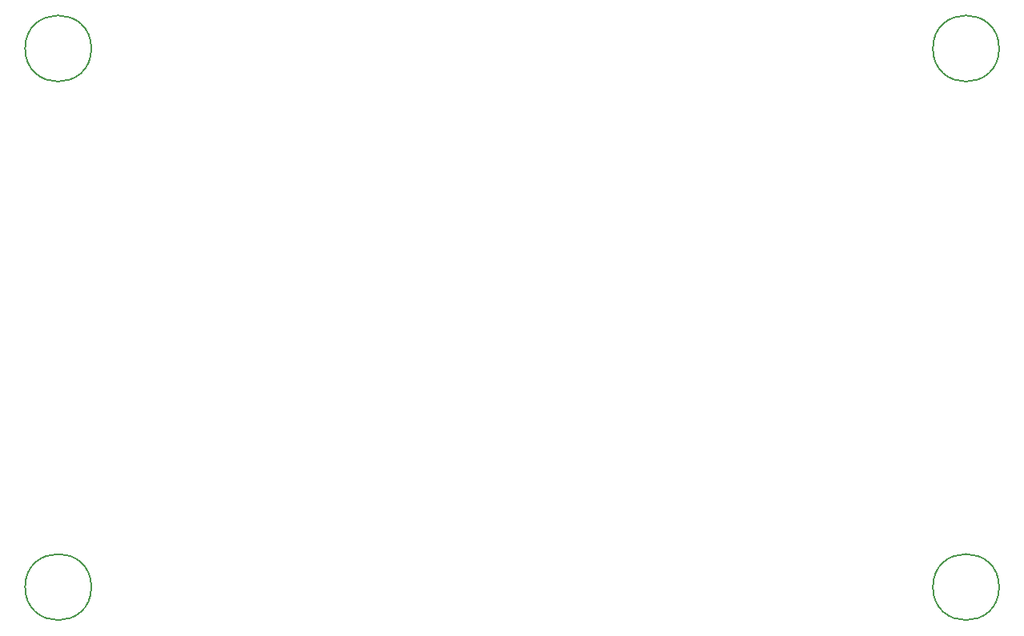
<source format=gbr>
%TF.GenerationSoftware,KiCad,Pcbnew,8.0.3-8.0.3-0~ubuntu24.04.1*%
%TF.CreationDate,2024-07-15T14:42:22+02:00*%
%TF.ProjectId,MainBoard,4d61696e-426f-4617-9264-2e6b69636164,rev?*%
%TF.SameCoordinates,Original*%
%TF.FileFunction,Other,Comment*%
%FSLAX46Y46*%
G04 Gerber Fmt 4.6, Leading zero omitted, Abs format (unit mm)*
G04 Created by KiCad (PCBNEW 8.0.3-8.0.3-0~ubuntu24.04.1) date 2024-07-15 14:42:22*
%MOMM*%
%LPD*%
G01*
G04 APERTURE LIST*
%ADD10C,0.150000*%
G04 APERTURE END LIST*
D10*
%TO.C,REF\u002A\u002A*%
X148640000Y-47210000D02*
G75*
G02*
X141640000Y-47210000I-3500000J0D01*
G01*
X141640000Y-47210000D02*
G75*
G02*
X148640000Y-47210000I3500000J0D01*
G01*
X52640000Y-104210000D02*
G75*
G02*
X45640000Y-104210000I-3500000J0D01*
G01*
X45640000Y-104210000D02*
G75*
G02*
X52640000Y-104210000I3500000J0D01*
G01*
X52640000Y-47210000D02*
G75*
G02*
X45640000Y-47210000I-3500000J0D01*
G01*
X45640000Y-47210000D02*
G75*
G02*
X52640000Y-47210000I3500000J0D01*
G01*
X148640000Y-104210000D02*
G75*
G02*
X141640000Y-104210000I-3500000J0D01*
G01*
X141640000Y-104210000D02*
G75*
G02*
X148640000Y-104210000I3500000J0D01*
G01*
%TD*%
M02*

</source>
